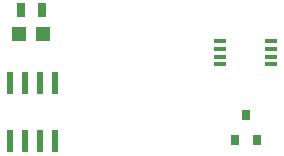
<source format=gbr>
%TF.GenerationSoftware,KiCad,Pcbnew,7.0.2*%
%TF.CreationDate,2024-01-29T22:05:23-05:00*%
%TF.ProjectId,dpx_perv_5x10-smt,6470785f-7065-4727-965f-357831302d73,rev?*%
%TF.SameCoordinates,Original*%
%TF.FileFunction,Paste,Top*%
%TF.FilePolarity,Positive*%
%FSLAX46Y46*%
G04 Gerber Fmt 4.6, Leading zero omitted, Abs format (unit mm)*
G04 Created by KiCad (PCBNEW 7.0.2) date 2024-01-29 22:05:23*
%MOMM*%
%LPD*%
G01*
G04 APERTURE LIST*
%ADD10R,0.800000X0.900000*%
%ADD11R,0.599100X1.901000*%
%ADD12R,1.100000X0.400000*%
%ADD13R,1.200000X1.200000*%
%ADD14R,0.800000X1.200000*%
G04 APERTURE END LIST*
D10*
%TO.C,REF\u002A\u002A*%
X73310000Y-69230000D03*
X75210000Y-69230000D03*
X74260000Y-67130000D03*
%TD*%
D11*
%TO.C,1*%
X58115000Y-64414600D03*
X56845000Y-64414600D03*
X55575000Y-64414600D03*
X54305000Y-64414600D03*
X54305000Y-69325400D03*
X55575000Y-69325400D03*
X56845000Y-69325400D03*
X58115000Y-69325400D03*
%TD*%
D12*
%TO.C,REF\u002A\u002A*%
X72050000Y-60885000D03*
X72050000Y-61535000D03*
X72050000Y-62185000D03*
X72050000Y-62835000D03*
X76350000Y-62835000D03*
X76350000Y-62185000D03*
X76350000Y-61535000D03*
X76350000Y-60885000D03*
%TD*%
D13*
%TO.C,REF\u002A\u002A*%
X55010000Y-60290000D03*
X57110000Y-60290000D03*
%TD*%
D14*
%TO.C,REF\u002A\u002A*%
X55230000Y-58270000D03*
X57030000Y-58270000D03*
%TD*%
M02*

</source>
